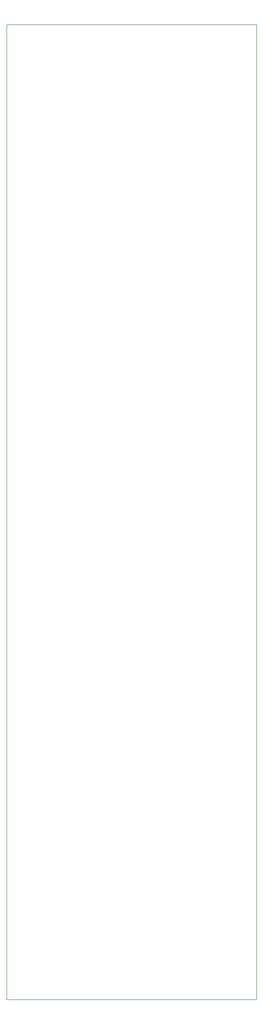
<source format=gbr>
G04 #@! TF.GenerationSoftware,KiCad,Pcbnew,(5.1.5)-3*
G04 #@! TF.CreationDate,2020-07-13T19:53:19+01:00*
G04 #@! TF.ProjectId,GATE2TRIG,47415445-3254-4524-9947-2e6b69636164,rev?*
G04 #@! TF.SameCoordinates,Original*
G04 #@! TF.FileFunction,Profile,NP*
%FSLAX46Y46*%
G04 Gerber Fmt 4.6, Leading zero omitted, Abs format (unit mm)*
G04 Created by KiCad (PCBNEW (5.1.5)-3) date 2020-07-13 19:53:19*
%MOMM*%
%LPD*%
G04 APERTURE LIST*
%ADD10C,0.050000*%
G04 APERTURE END LIST*
D10*
X45401600Y-15376040D02*
X45401600Y-190376040D01*
X45401600Y-190376040D02*
X90401600Y-190376040D01*
X90401600Y-190376040D02*
X90401600Y-15376040D01*
X45401600Y-15376040D02*
X90401600Y-15376040D01*
M02*

</source>
